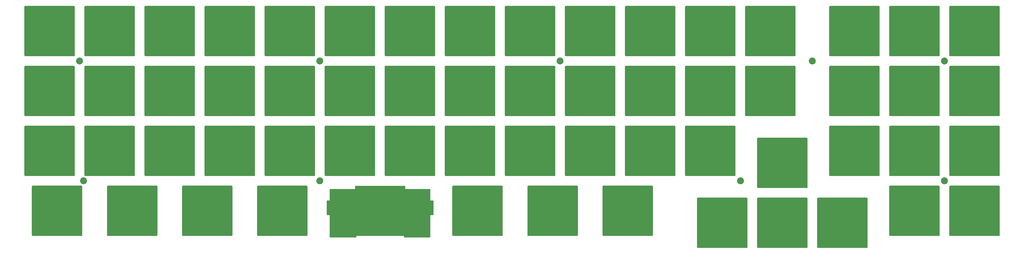
<source format=gbr>
G04 #@! TF.GenerationSoftware,KiCad,Pcbnew,8.0.1*
G04 #@! TF.CreationDate,2024-10-10T20:31:10+02:00*
G04 #@! TF.ProjectId,Mimic40_plate,4d696d69-6334-4305-9f70-6c6174652e6b,rev?*
G04 #@! TF.SameCoordinates,Original*
G04 #@! TF.FileFunction,Soldermask,Bot*
G04 #@! TF.FilePolarity,Negative*
%FSLAX46Y46*%
G04 Gerber Fmt 4.6, Leading zero omitted, Abs format (unit mm)*
G04 Created by KiCad (PCBNEW 8.0.1) date 2024-10-10 20:31:10*
%MOMM*%
%LPD*%
G01*
G04 APERTURE LIST*
%ADD10C,0.000000*%
%ADD11C,0.400000*%
%ADD12C,2.200000*%
G04 APERTURE END LIST*
D10*
G36*
X198200000Y-80900000D02*
G01*
X198200000Y-80900000D01*
G75*
G02*
X198500000Y-81200000I0J-300000D01*
G01*
X198500000Y-96600000D01*
G75*
G02*
X198200000Y-96900000I-300000J0D01*
G01*
X182800000Y-96900000D01*
G75*
G02*
X182500000Y-96600000I0J300000D01*
G01*
X182500000Y-81200000D01*
G75*
G02*
X182800000Y-80900000I300000J0D01*
G01*
X198200000Y-80900000D01*
G37*
G36*
X377270000Y-119000000D02*
G01*
X377270000Y-119000000D01*
G75*
G02*
X377570000Y-119300000I0J-300000D01*
G01*
X377570000Y-134700000D01*
G75*
G02*
X377270000Y-135000000I-300000J0D01*
G01*
X361870000Y-135000000D01*
G75*
G02*
X361570000Y-134700000I0J300000D01*
G01*
X361570000Y-119300000D01*
G75*
G02*
X361870000Y-119000000I300000J0D01*
G01*
X377270000Y-119000000D01*
G37*
G36*
X141050000Y-99950000D02*
G01*
X141050000Y-99950000D01*
G75*
G02*
X141350000Y-100250000I0J-300000D01*
G01*
X141350000Y-115650000D01*
G75*
G02*
X141050000Y-115950000I-300000J0D01*
G01*
X125650000Y-115950000D01*
G75*
G02*
X125350000Y-115650000I0J300000D01*
G01*
X125350000Y-100250000D01*
G75*
G02*
X125650000Y-99950000I300000J0D01*
G01*
X141050000Y-99950000D01*
G37*
G36*
X335360000Y-141860000D02*
G01*
X335360000Y-141860000D01*
G75*
G02*
X335660000Y-142160000I0J-300000D01*
G01*
X335660000Y-157560000D01*
G75*
G02*
X335360000Y-157860000I-300000J0D01*
G01*
X319960000Y-157860000D01*
G75*
G02*
X319660000Y-157560000I0J300000D01*
G01*
X319660000Y-142160000D01*
G75*
G02*
X319960000Y-141860000I300000J0D01*
G01*
X335360000Y-141860000D01*
G37*
G36*
X141050000Y-119000000D02*
G01*
X141050000Y-119000000D01*
G75*
G02*
X141350000Y-119300000I0J-300000D01*
G01*
X141350000Y-134700000D01*
G75*
G02*
X141050000Y-135000000I-300000J0D01*
G01*
X125650000Y-135000000D01*
G75*
G02*
X125350000Y-134700000I0J300000D01*
G01*
X125350000Y-119300000D01*
G75*
G02*
X125650000Y-119000000I300000J0D01*
G01*
X141050000Y-119000000D01*
G37*
G36*
X358220000Y-138050000D02*
G01*
X358220000Y-138050000D01*
G75*
G02*
X358520000Y-138350000I0J-300000D01*
G01*
X358520000Y-153750000D01*
G75*
G02*
X358220000Y-154050000I-300000J0D01*
G01*
X342820000Y-154050000D01*
G75*
G02*
X342520000Y-153750000I0J300000D01*
G01*
X342520000Y-138350000D01*
G75*
G02*
X342820000Y-138050000I300000J0D01*
G01*
X358220000Y-138050000D01*
G37*
G36*
X133906250Y-138050000D02*
G01*
X133906250Y-138050000D01*
G75*
G02*
X134206250Y-138350000I-50J-300000D01*
G01*
X134206250Y-153750000D01*
G75*
G02*
X133906250Y-154050000I-300050J0D01*
G01*
X118506250Y-154050000D01*
G75*
G02*
X118206250Y-153750000I50J300000D01*
G01*
X118206250Y-138350000D01*
G75*
G02*
X118506250Y-138050000I300050J0D01*
G01*
X133906250Y-138050000D01*
G37*
G36*
X110093750Y-138050000D02*
G01*
X110093750Y-138050000D01*
G75*
G02*
X110393750Y-138350000I-50J-300000D01*
G01*
X110393750Y-153750000D01*
G75*
G02*
X110093750Y-154050000I-300050J0D01*
G01*
X94693750Y-154050000D01*
G75*
G02*
X94393750Y-153750000I50J300000D01*
G01*
X94393750Y-138350000D01*
G75*
G02*
X94693750Y-138050000I300050J0D01*
G01*
X110093750Y-138050000D01*
G37*
G36*
X122000000Y-99950000D02*
G01*
X122000000Y-99950000D01*
G75*
G02*
X122300000Y-100250000I0J-300000D01*
G01*
X122300000Y-115650000D01*
G75*
G02*
X122000000Y-115950000I-300000J0D01*
G01*
X106600000Y-115950000D01*
G75*
G02*
X106300000Y-115650000I0J300000D01*
G01*
X106300000Y-100250000D01*
G75*
G02*
X106600000Y-99950000I300000J0D01*
G01*
X122000000Y-99950000D01*
G37*
G36*
X236300000Y-119000000D02*
G01*
X236300000Y-119000000D01*
G75*
G02*
X236600000Y-119300000I0J-300000D01*
G01*
X236600000Y-134700000D01*
G75*
G02*
X236300000Y-135000000I-300000J0D01*
G01*
X220900000Y-135000000D01*
G75*
G02*
X220600000Y-134700000I0J300000D01*
G01*
X220600000Y-119300000D01*
G75*
G02*
X220900000Y-119000000I300000J0D01*
G01*
X236300000Y-119000000D01*
G37*
G36*
X198200000Y-119000000D02*
G01*
X198200000Y-119000000D01*
G75*
G02*
X198500000Y-119300000I0J-300000D01*
G01*
X198500000Y-134700000D01*
G75*
G02*
X198200000Y-135000000I-300000J0D01*
G01*
X182800000Y-135000000D01*
G75*
G02*
X182500000Y-134700000I0J300000D01*
G01*
X182500000Y-119300000D01*
G75*
G02*
X182800000Y-119000000I300000J0D01*
G01*
X198200000Y-119000000D01*
G37*
G36*
X293450000Y-80900000D02*
G01*
X293450000Y-80900000D01*
G75*
G02*
X293750000Y-81200000I0J-300000D01*
G01*
X293750000Y-96600000D01*
G75*
G02*
X293450000Y-96900000I-300000J0D01*
G01*
X278050000Y-96900000D01*
G75*
G02*
X277750000Y-96600000I0J300000D01*
G01*
X277750000Y-81200000D01*
G75*
G02*
X278050000Y-80900000I300000J0D01*
G01*
X293450000Y-80900000D01*
G37*
D11*
X188725000Y-139300000D02*
X196725000Y-139300000D01*
X196725000Y-142925000D01*
X197725000Y-142925000D01*
X197725000Y-147175000D01*
X196725000Y-147175000D01*
X196725000Y-154300000D01*
X188725000Y-154300000D01*
X188725000Y-153800000D01*
X173225000Y-153800000D01*
X173225000Y-154300000D01*
X165225000Y-154300000D01*
X165225000Y-147175000D01*
X164225000Y-147175000D01*
X164225000Y-142925000D01*
X165225000Y-142925000D01*
X165225000Y-139300000D01*
X173225000Y-139300000D01*
X173225000Y-138300000D01*
X188725000Y-138300000D01*
X188725000Y-139300000D01*
G36*
X188725000Y-139300000D02*
G01*
X196725000Y-139300000D01*
X196725000Y-142925000D01*
X197725000Y-142925000D01*
X197725000Y-147175000D01*
X196725000Y-147175000D01*
X196725000Y-154300000D01*
X188725000Y-154300000D01*
X188725000Y-153800000D01*
X173225000Y-153800000D01*
X173225000Y-154300000D01*
X165225000Y-154300000D01*
X165225000Y-147175000D01*
X164225000Y-147175000D01*
X164225000Y-142925000D01*
X165225000Y-142925000D01*
X165225000Y-139300000D01*
X173225000Y-139300000D01*
X173225000Y-138300000D01*
X188725000Y-138300000D01*
X188725000Y-139300000D01*
G37*
D10*
G36*
X274400000Y-119000000D02*
G01*
X274400000Y-119000000D01*
G75*
G02*
X274700000Y-119300000I0J-300000D01*
G01*
X274700000Y-134700000D01*
G75*
G02*
X274400000Y-135000000I-300000J0D01*
G01*
X259000000Y-135000000D01*
G75*
G02*
X258700000Y-134700000I0J300000D01*
G01*
X258700000Y-119300000D01*
G75*
G02*
X259000000Y-119000000I300000J0D01*
G01*
X274400000Y-119000000D01*
G37*
G36*
X293450000Y-99950000D02*
G01*
X293450000Y-99950000D01*
G75*
G02*
X293750000Y-100250000I0J-300000D01*
G01*
X293750000Y-115650000D01*
G75*
G02*
X293450000Y-115950000I-300000J0D01*
G01*
X278050000Y-115950000D01*
G75*
G02*
X277750000Y-115650000I0J300000D01*
G01*
X277750000Y-100250000D01*
G75*
G02*
X278050000Y-99950000I300000J0D01*
G01*
X293450000Y-99950000D01*
G37*
G36*
X267256250Y-138050000D02*
G01*
X267256250Y-138050000D01*
G75*
G02*
X267556250Y-138350000I-50J-300000D01*
G01*
X267556250Y-153750000D01*
G75*
G02*
X267256250Y-154050000I-300050J0D01*
G01*
X251856250Y-154050000D01*
G75*
G02*
X251556250Y-153750000I50J300000D01*
G01*
X251556250Y-138350000D01*
G75*
G02*
X251856250Y-138050000I300050J0D01*
G01*
X267256250Y-138050000D01*
G37*
G36*
X160100000Y-119000000D02*
G01*
X160100000Y-119000000D01*
G75*
G02*
X160400000Y-119300000I0J-300000D01*
G01*
X160400000Y-134700000D01*
G75*
G02*
X160100000Y-135000000I-300000J0D01*
G01*
X144700000Y-135000000D01*
G75*
G02*
X144400000Y-134700000I0J300000D01*
G01*
X144400000Y-119300000D01*
G75*
G02*
X144700000Y-119000000I300000J0D01*
G01*
X160100000Y-119000000D01*
G37*
G36*
X339170000Y-99950000D02*
G01*
X339170000Y-99950000D01*
G75*
G02*
X339470000Y-100250000I0J-300000D01*
G01*
X339470000Y-115650000D01*
G75*
G02*
X339170000Y-115950000I-300000J0D01*
G01*
X323770000Y-115950000D01*
G75*
G02*
X323470000Y-115650000I0J300000D01*
G01*
X323470000Y-100250000D01*
G75*
G02*
X323770000Y-99950000I300000J0D01*
G01*
X339170000Y-99950000D01*
G37*
G36*
X274400000Y-99950000D02*
G01*
X274400000Y-99950000D01*
G75*
G02*
X274700000Y-100250000I0J-300000D01*
G01*
X274700000Y-115650000D01*
G75*
G02*
X274400000Y-115950000I-300000J0D01*
G01*
X259000000Y-115950000D01*
G75*
G02*
X258700000Y-115650000I0J300000D01*
G01*
X258700000Y-100250000D01*
G75*
G02*
X259000000Y-99950000I300000J0D01*
G01*
X274400000Y-99950000D01*
G37*
G36*
X358220000Y-119000000D02*
G01*
X358220000Y-119000000D01*
G75*
G02*
X358520000Y-119300000I0J-300000D01*
G01*
X358520000Y-134700000D01*
G75*
G02*
X358220000Y-135000000I-300000J0D01*
G01*
X342820000Y-135000000D01*
G75*
G02*
X342520000Y-134700000I0J300000D01*
G01*
X342520000Y-119300000D01*
G75*
G02*
X342820000Y-119000000I300000J0D01*
G01*
X358220000Y-119000000D01*
G37*
G36*
X122000000Y-80900000D02*
G01*
X122000000Y-80900000D01*
G75*
G02*
X122300000Y-81200000I0J-300000D01*
G01*
X122300000Y-96600000D01*
G75*
G02*
X122000000Y-96900000I-300000J0D01*
G01*
X106600000Y-96900000D01*
G75*
G02*
X106300000Y-96600000I0J300000D01*
G01*
X106300000Y-81200000D01*
G75*
G02*
X106600000Y-80900000I300000J0D01*
G01*
X122000000Y-80900000D01*
G37*
G36*
X157718750Y-138050000D02*
G01*
X157718750Y-138050000D01*
G75*
G02*
X158018750Y-138350000I-50J-300000D01*
G01*
X158018750Y-153750000D01*
G75*
G02*
X157718750Y-154050000I-300050J0D01*
G01*
X142318750Y-154050000D01*
G75*
G02*
X142018750Y-153750000I50J300000D01*
G01*
X142018750Y-138350000D01*
G75*
G02*
X142318750Y-138050000I300050J0D01*
G01*
X157718750Y-138050000D01*
G37*
G36*
X339170000Y-80900000D02*
G01*
X339170000Y-80900000D01*
G75*
G02*
X339470000Y-81200000I0J-300000D01*
G01*
X339470000Y-96600000D01*
G75*
G02*
X339170000Y-96900000I-300000J0D01*
G01*
X323770000Y-96900000D01*
G75*
G02*
X323470000Y-96600000I0J300000D01*
G01*
X323470000Y-81200000D01*
G75*
G02*
X323770000Y-80900000I300000J0D01*
G01*
X339170000Y-80900000D01*
G37*
G36*
X316310000Y-122810000D02*
G01*
X316310000Y-122810000D01*
G75*
G02*
X316610000Y-123110000I0J-300000D01*
G01*
X316610000Y-138510000D01*
G75*
G02*
X316310000Y-138810000I-300000J0D01*
G01*
X300910000Y-138810000D01*
G75*
G02*
X300610000Y-138510000I0J300000D01*
G01*
X300610000Y-123110000D01*
G75*
G02*
X300910000Y-122810000I300000J0D01*
G01*
X316310000Y-122810000D01*
G37*
G36*
X339170000Y-119000000D02*
G01*
X339170000Y-119000000D01*
G75*
G02*
X339470000Y-119300000I0J-300000D01*
G01*
X339470000Y-134700000D01*
G75*
G02*
X339170000Y-135000000I-300000J0D01*
G01*
X323770000Y-135000000D01*
G75*
G02*
X323470000Y-134700000I0J300000D01*
G01*
X323470000Y-119300000D01*
G75*
G02*
X323770000Y-119000000I300000J0D01*
G01*
X339170000Y-119000000D01*
G37*
G36*
X358220000Y-80900000D02*
G01*
X358220000Y-80900000D01*
G75*
G02*
X358520000Y-81200000I0J-300000D01*
G01*
X358520000Y-96600000D01*
G75*
G02*
X358220000Y-96900000I-300000J0D01*
G01*
X342820000Y-96900000D01*
G75*
G02*
X342520000Y-96600000I0J300000D01*
G01*
X342520000Y-81200000D01*
G75*
G02*
X342820000Y-80900000I300000J0D01*
G01*
X358220000Y-80900000D01*
G37*
G36*
X102950000Y-99950000D02*
G01*
X102950000Y-99950000D01*
G75*
G02*
X103250000Y-100250000I0J-300000D01*
G01*
X103250000Y-115650000D01*
G75*
G02*
X102950000Y-115950000I-300000J0D01*
G01*
X87550000Y-115950000D01*
G75*
G02*
X87250000Y-115650000I0J300000D01*
G01*
X87250000Y-100250000D01*
G75*
G02*
X87550000Y-99950000I300000J0D01*
G01*
X102950000Y-99950000D01*
G37*
G36*
X255350000Y-119000000D02*
G01*
X255350000Y-119000000D01*
G75*
G02*
X255650000Y-119300000I0J-300000D01*
G01*
X255650000Y-134700000D01*
G75*
G02*
X255350000Y-135000000I-300000J0D01*
G01*
X239950000Y-135000000D01*
G75*
G02*
X239650000Y-134700000I0J300000D01*
G01*
X239650000Y-119300000D01*
G75*
G02*
X239950000Y-119000000I300000J0D01*
G01*
X255350000Y-119000000D01*
G37*
G36*
X83900000Y-119000000D02*
G01*
X83900000Y-119000000D01*
G75*
G02*
X84200000Y-119300000I0J-300000D01*
G01*
X84200000Y-134700000D01*
G75*
G02*
X83900000Y-135000000I-300000J0D01*
G01*
X68500000Y-135000000D01*
G75*
G02*
X68200000Y-134700000I0J300000D01*
G01*
X68200000Y-119300000D01*
G75*
G02*
X68500000Y-119000000I300000J0D01*
G01*
X83900000Y-119000000D01*
G37*
G36*
X255350000Y-99950000D02*
G01*
X255350000Y-99950000D01*
G75*
G02*
X255650000Y-100250000I0J-300000D01*
G01*
X255650000Y-115650000D01*
G75*
G02*
X255350000Y-115950000I-300000J0D01*
G01*
X239950000Y-115950000D01*
G75*
G02*
X239650000Y-115650000I0J300000D01*
G01*
X239650000Y-100250000D01*
G75*
G02*
X239950000Y-99950000I300000J0D01*
G01*
X255350000Y-99950000D01*
G37*
G36*
X217250000Y-119000000D02*
G01*
X217250000Y-119000000D01*
G75*
G02*
X217550000Y-119300000I0J-300000D01*
G01*
X217550000Y-134700000D01*
G75*
G02*
X217250000Y-135000000I-300000J0D01*
G01*
X201850000Y-135000000D01*
G75*
G02*
X201550000Y-134700000I0J300000D01*
G01*
X201550000Y-119300000D01*
G75*
G02*
X201850000Y-119000000I300000J0D01*
G01*
X217250000Y-119000000D01*
G37*
G36*
X102950000Y-119000000D02*
G01*
X102950000Y-119000000D01*
G75*
G02*
X103250000Y-119300000I0J-300000D01*
G01*
X103250000Y-134700000D01*
G75*
G02*
X102950000Y-135000000I-300000J0D01*
G01*
X87550000Y-135000000D01*
G75*
G02*
X87250000Y-134700000I0J300000D01*
G01*
X87250000Y-119300000D01*
G75*
G02*
X87550000Y-119000000I300000J0D01*
G01*
X102950000Y-119000000D01*
G37*
G36*
X102950000Y-80900000D02*
G01*
X102950000Y-80900000D01*
G75*
G02*
X103250000Y-81200000I0J-300000D01*
G01*
X103250000Y-96600000D01*
G75*
G02*
X102950000Y-96900000I-300000J0D01*
G01*
X87550000Y-96900000D01*
G75*
G02*
X87250000Y-96600000I0J300000D01*
G01*
X87250000Y-81200000D01*
G75*
G02*
X87550000Y-80900000I300000J0D01*
G01*
X102950000Y-80900000D01*
G37*
G36*
X141050000Y-80900000D02*
G01*
X141050000Y-80900000D01*
G75*
G02*
X141350000Y-81200000I0J-300000D01*
G01*
X141350000Y-96600000D01*
G75*
G02*
X141050000Y-96900000I-300000J0D01*
G01*
X125650000Y-96900000D01*
G75*
G02*
X125350000Y-96600000I0J300000D01*
G01*
X125350000Y-81200000D01*
G75*
G02*
X125650000Y-80900000I300000J0D01*
G01*
X141050000Y-80900000D01*
G37*
G36*
X236300000Y-80900000D02*
G01*
X236300000Y-80900000D01*
G75*
G02*
X236600000Y-81200000I0J-300000D01*
G01*
X236600000Y-96600000D01*
G75*
G02*
X236300000Y-96900000I-300000J0D01*
G01*
X220900000Y-96900000D01*
G75*
G02*
X220600000Y-96600000I0J300000D01*
G01*
X220600000Y-81200000D01*
G75*
G02*
X220900000Y-80900000I300000J0D01*
G01*
X236300000Y-80900000D01*
G37*
G36*
X236300000Y-99950000D02*
G01*
X236300000Y-99950000D01*
G75*
G02*
X236600000Y-100250000I0J-300000D01*
G01*
X236600000Y-115650000D01*
G75*
G02*
X236300000Y-115950000I-300000J0D01*
G01*
X220900000Y-115950000D01*
G75*
G02*
X220600000Y-115650000I0J300000D01*
G01*
X220600000Y-100250000D01*
G75*
G02*
X220900000Y-99950000I300000J0D01*
G01*
X236300000Y-99950000D01*
G37*
G36*
X83900000Y-80900000D02*
G01*
X83900000Y-80900000D01*
G75*
G02*
X84200000Y-81200000I0J-300000D01*
G01*
X84200000Y-96600000D01*
G75*
G02*
X83900000Y-96900000I-300000J0D01*
G01*
X68500000Y-96900000D01*
G75*
G02*
X68200000Y-96600000I0J300000D01*
G01*
X68200000Y-81200000D01*
G75*
G02*
X68500000Y-80900000I300000J0D01*
G01*
X83900000Y-80900000D01*
G37*
G36*
X377270000Y-80900000D02*
G01*
X377270000Y-80900000D01*
G75*
G02*
X377570000Y-81200000I0J-300000D01*
G01*
X377570000Y-96600000D01*
G75*
G02*
X377270000Y-96900000I-300000J0D01*
G01*
X361870000Y-96900000D01*
G75*
G02*
X361570000Y-96600000I0J300000D01*
G01*
X361570000Y-81200000D01*
G75*
G02*
X361870000Y-80900000I300000J0D01*
G01*
X377270000Y-80900000D01*
G37*
G36*
X255350000Y-80900000D02*
G01*
X255350000Y-80900000D01*
G75*
G02*
X255650000Y-81200000I0J-300000D01*
G01*
X255650000Y-96600000D01*
G75*
G02*
X255350000Y-96900000I-300000J0D01*
G01*
X239950000Y-96900000D01*
G75*
G02*
X239650000Y-96600000I0J300000D01*
G01*
X239650000Y-81200000D01*
G75*
G02*
X239950000Y-80900000I300000J0D01*
G01*
X255350000Y-80900000D01*
G37*
G36*
X179150000Y-99950000D02*
G01*
X179150000Y-99950000D01*
G75*
G02*
X179450000Y-100250000I0J-300000D01*
G01*
X179450000Y-115650000D01*
G75*
G02*
X179150000Y-115950000I-300000J0D01*
G01*
X163750000Y-115950000D01*
G75*
G02*
X163450000Y-115650000I0J300000D01*
G01*
X163450000Y-100250000D01*
G75*
G02*
X163750000Y-99950000I300000J0D01*
G01*
X179150000Y-99950000D01*
G37*
G36*
X179150000Y-119000000D02*
G01*
X179150000Y-119000000D01*
G75*
G02*
X179450000Y-119300000I0J-300000D01*
G01*
X179450000Y-134700000D01*
G75*
G02*
X179150000Y-135000000I-300000J0D01*
G01*
X163750000Y-135000000D01*
G75*
G02*
X163450000Y-134700000I0J300000D01*
G01*
X163450000Y-119300000D01*
G75*
G02*
X163750000Y-119000000I300000J0D01*
G01*
X179150000Y-119000000D01*
G37*
G36*
X217250000Y-99950000D02*
G01*
X217250000Y-99950000D01*
G75*
G02*
X217550000Y-100250000I0J-300000D01*
G01*
X217550000Y-115650000D01*
G75*
G02*
X217250000Y-115950000I-300000J0D01*
G01*
X201850000Y-115950000D01*
G75*
G02*
X201550000Y-115650000I0J300000D01*
G01*
X201550000Y-100250000D01*
G75*
G02*
X201850000Y-99950000I300000J0D01*
G01*
X217250000Y-99950000D01*
G37*
G36*
X160100000Y-99950000D02*
G01*
X160100000Y-99950000D01*
G75*
G02*
X160400000Y-100250000I0J-300000D01*
G01*
X160400000Y-115650000D01*
G75*
G02*
X160100000Y-115950000I-300000J0D01*
G01*
X144700000Y-115950000D01*
G75*
G02*
X144400000Y-115650000I0J300000D01*
G01*
X144400000Y-100250000D01*
G75*
G02*
X144700000Y-99950000I300000J0D01*
G01*
X160100000Y-99950000D01*
G37*
G36*
X160100000Y-80900000D02*
G01*
X160100000Y-80900000D01*
G75*
G02*
X160400000Y-81200000I0J-300000D01*
G01*
X160400000Y-96600000D01*
G75*
G02*
X160100000Y-96900000I-300000J0D01*
G01*
X144700000Y-96900000D01*
G75*
G02*
X144400000Y-96600000I0J300000D01*
G01*
X144400000Y-81200000D01*
G75*
G02*
X144700000Y-80900000I300000J0D01*
G01*
X160100000Y-80900000D01*
G37*
G36*
X274400000Y-80900000D02*
G01*
X274400000Y-80900000D01*
G75*
G02*
X274700000Y-81200000I0J-300000D01*
G01*
X274700000Y-96600000D01*
G75*
G02*
X274400000Y-96900000I-300000J0D01*
G01*
X259000000Y-96900000D01*
G75*
G02*
X258700000Y-96600000I0J300000D01*
G01*
X258700000Y-81200000D01*
G75*
G02*
X259000000Y-80900000I300000J0D01*
G01*
X274400000Y-80900000D01*
G37*
G36*
X217250000Y-80900000D02*
G01*
X217250000Y-80900000D01*
G75*
G02*
X217550000Y-81200000I0J-300000D01*
G01*
X217550000Y-96600000D01*
G75*
G02*
X217250000Y-96900000I-300000J0D01*
G01*
X201850000Y-96900000D01*
G75*
G02*
X201550000Y-96600000I0J300000D01*
G01*
X201550000Y-81200000D01*
G75*
G02*
X201850000Y-80900000I300000J0D01*
G01*
X217250000Y-80900000D01*
G37*
G36*
X83900000Y-99950000D02*
G01*
X83900000Y-99950000D01*
G75*
G02*
X84200000Y-100250000I0J-300000D01*
G01*
X84200000Y-115650000D01*
G75*
G02*
X83900000Y-115950000I-300000J0D01*
G01*
X68500000Y-115950000D01*
G75*
G02*
X68200000Y-115650000I0J300000D01*
G01*
X68200000Y-100250000D01*
G75*
G02*
X68500000Y-99950000I300000J0D01*
G01*
X83900000Y-99950000D01*
G37*
G36*
X358220000Y-99950000D02*
G01*
X358220000Y-99950000D01*
G75*
G02*
X358520000Y-100250000I0J-300000D01*
G01*
X358520000Y-115650000D01*
G75*
G02*
X358220000Y-115950000I-300000J0D01*
G01*
X342820000Y-115950000D01*
G75*
G02*
X342520000Y-115650000I0J300000D01*
G01*
X342520000Y-100250000D01*
G75*
G02*
X342820000Y-99950000I300000J0D01*
G01*
X358220000Y-99950000D01*
G37*
G36*
X243443750Y-138050000D02*
G01*
X243443750Y-138050000D01*
G75*
G02*
X243743750Y-138350000I-50J-300000D01*
G01*
X243743750Y-153750000D01*
G75*
G02*
X243443750Y-154050000I-300050J0D01*
G01*
X228043750Y-154050000D01*
G75*
G02*
X227743750Y-153750000I50J300000D01*
G01*
X227743750Y-138350000D01*
G75*
G02*
X228043750Y-138050000I300050J0D01*
G01*
X243443750Y-138050000D01*
G37*
G36*
X86281250Y-138050000D02*
G01*
X86281250Y-138050000D01*
G75*
G02*
X86581250Y-138350000I-50J-300000D01*
G01*
X86581250Y-153750000D01*
G75*
G02*
X86281250Y-154050000I-300050J0D01*
G01*
X70881250Y-154050000D01*
G75*
G02*
X70581250Y-153750000I50J300000D01*
G01*
X70581250Y-138350000D01*
G75*
G02*
X70881250Y-138050000I300050J0D01*
G01*
X86281250Y-138050000D01*
G37*
G36*
X293450000Y-119000000D02*
G01*
X293450000Y-119000000D01*
G75*
G02*
X293750000Y-119300000I0J-300000D01*
G01*
X293750000Y-134700000D01*
G75*
G02*
X293450000Y-135000000I-300000J0D01*
G01*
X278050000Y-135000000D01*
G75*
G02*
X277750000Y-134700000I0J300000D01*
G01*
X277750000Y-119300000D01*
G75*
G02*
X278050000Y-119000000I300000J0D01*
G01*
X293450000Y-119000000D01*
G37*
G36*
X316310000Y-141860000D02*
G01*
X316310000Y-141860000D01*
G75*
G02*
X316610000Y-142160000I0J-300000D01*
G01*
X316610000Y-157560000D01*
G75*
G02*
X316310000Y-157860000I-300000J0D01*
G01*
X300910000Y-157860000D01*
G75*
G02*
X300610000Y-157560000I0J300000D01*
G01*
X300610000Y-142160000D01*
G75*
G02*
X300910000Y-141860000I300000J0D01*
G01*
X316310000Y-141860000D01*
G37*
G36*
X198200000Y-99950000D02*
G01*
X198200000Y-99950000D01*
G75*
G02*
X198500000Y-100250000I0J-300000D01*
G01*
X198500000Y-115650000D01*
G75*
G02*
X198200000Y-115950000I-300000J0D01*
G01*
X182800000Y-115950000D01*
G75*
G02*
X182500000Y-115650000I0J300000D01*
G01*
X182500000Y-100250000D01*
G75*
G02*
X182800000Y-99950000I300000J0D01*
G01*
X198200000Y-99950000D01*
G37*
G36*
X179150000Y-80900000D02*
G01*
X179150000Y-80900000D01*
G75*
G02*
X179450000Y-81200000I0J-300000D01*
G01*
X179450000Y-96600000D01*
G75*
G02*
X179150000Y-96900000I-300000J0D01*
G01*
X163750000Y-96900000D01*
G75*
G02*
X163450000Y-96600000I0J300000D01*
G01*
X163450000Y-81200000D01*
G75*
G02*
X163750000Y-80900000I300000J0D01*
G01*
X179150000Y-80900000D01*
G37*
G36*
X312500000Y-80900000D02*
G01*
X312500000Y-80900000D01*
G75*
G02*
X312800000Y-81200000I0J-300000D01*
G01*
X312800000Y-96600000D01*
G75*
G02*
X312500000Y-96900000I-300000J0D01*
G01*
X297100000Y-96900000D01*
G75*
G02*
X296800000Y-96600000I0J300000D01*
G01*
X296800000Y-81200000D01*
G75*
G02*
X297100000Y-80900000I300000J0D01*
G01*
X312500000Y-80900000D01*
G37*
G36*
X122000000Y-119000000D02*
G01*
X122000000Y-119000000D01*
G75*
G02*
X122300000Y-119300000I0J-300000D01*
G01*
X122300000Y-134700000D01*
G75*
G02*
X122000000Y-135000000I-300000J0D01*
G01*
X106600000Y-135000000D01*
G75*
G02*
X106300000Y-134700000I0J300000D01*
G01*
X106300000Y-119300000D01*
G75*
G02*
X106600000Y-119000000I300000J0D01*
G01*
X122000000Y-119000000D01*
G37*
G36*
X377270000Y-138050000D02*
G01*
X377270000Y-138050000D01*
G75*
G02*
X377570000Y-138350000I0J-300000D01*
G01*
X377570000Y-153750000D01*
G75*
G02*
X377270000Y-154050000I-300000J0D01*
G01*
X361870000Y-154050000D01*
G75*
G02*
X361570000Y-153750000I0J300000D01*
G01*
X361570000Y-138350000D01*
G75*
G02*
X361870000Y-138050000I300000J0D01*
G01*
X377270000Y-138050000D01*
G37*
G36*
X297260000Y-141860000D02*
G01*
X297260000Y-141860000D01*
G75*
G02*
X297560000Y-142160000I0J-300000D01*
G01*
X297560000Y-157560000D01*
G75*
G02*
X297260000Y-157860000I-300000J0D01*
G01*
X281860000Y-157860000D01*
G75*
G02*
X281560000Y-157560000I0J300000D01*
G01*
X281560000Y-142160000D01*
G75*
G02*
X281860000Y-141860000I300000J0D01*
G01*
X297260000Y-141860000D01*
G37*
G36*
X312500000Y-99950000D02*
G01*
X312500000Y-99950000D01*
G75*
G02*
X312800000Y-100250000I0J-300000D01*
G01*
X312800000Y-115650000D01*
G75*
G02*
X312500000Y-115950000I-300000J0D01*
G01*
X297100000Y-115950000D01*
G75*
G02*
X296800000Y-115650000I0J300000D01*
G01*
X296800000Y-100250000D01*
G75*
G02*
X297100000Y-99950000I300000J0D01*
G01*
X312500000Y-99950000D01*
G37*
G36*
X219631250Y-138050000D02*
G01*
X219631250Y-138050000D01*
G75*
G02*
X219931250Y-138350000I-50J-300000D01*
G01*
X219931250Y-153750000D01*
G75*
G02*
X219631250Y-154050000I-300050J0D01*
G01*
X204231250Y-154050000D01*
G75*
G02*
X203931250Y-153750000I50J300000D01*
G01*
X203931250Y-138350000D01*
G75*
G02*
X204231250Y-138050000I300050J0D01*
G01*
X219631250Y-138050000D01*
G37*
G36*
X377270000Y-99950000D02*
G01*
X377270000Y-99950000D01*
G75*
G02*
X377570000Y-100250000I0J-300000D01*
G01*
X377570000Y-115650000D01*
G75*
G02*
X377270000Y-115950000I-300000J0D01*
G01*
X361870000Y-115950000D01*
G75*
G02*
X361570000Y-115650000I0J300000D01*
G01*
X361570000Y-100250000D01*
G75*
G02*
X361870000Y-99950000I300000J0D01*
G01*
X377270000Y-99950000D01*
G37*
D12*
X85725000Y-98425000D03*
X360045000Y-98425000D03*
X161925000Y-136525000D03*
X161925000Y-98425000D03*
X318100000Y-98400000D03*
X295300000Y-136500000D03*
X87000000Y-136525000D03*
X238100000Y-98425000D03*
X360045000Y-136525000D03*
M02*

</source>
